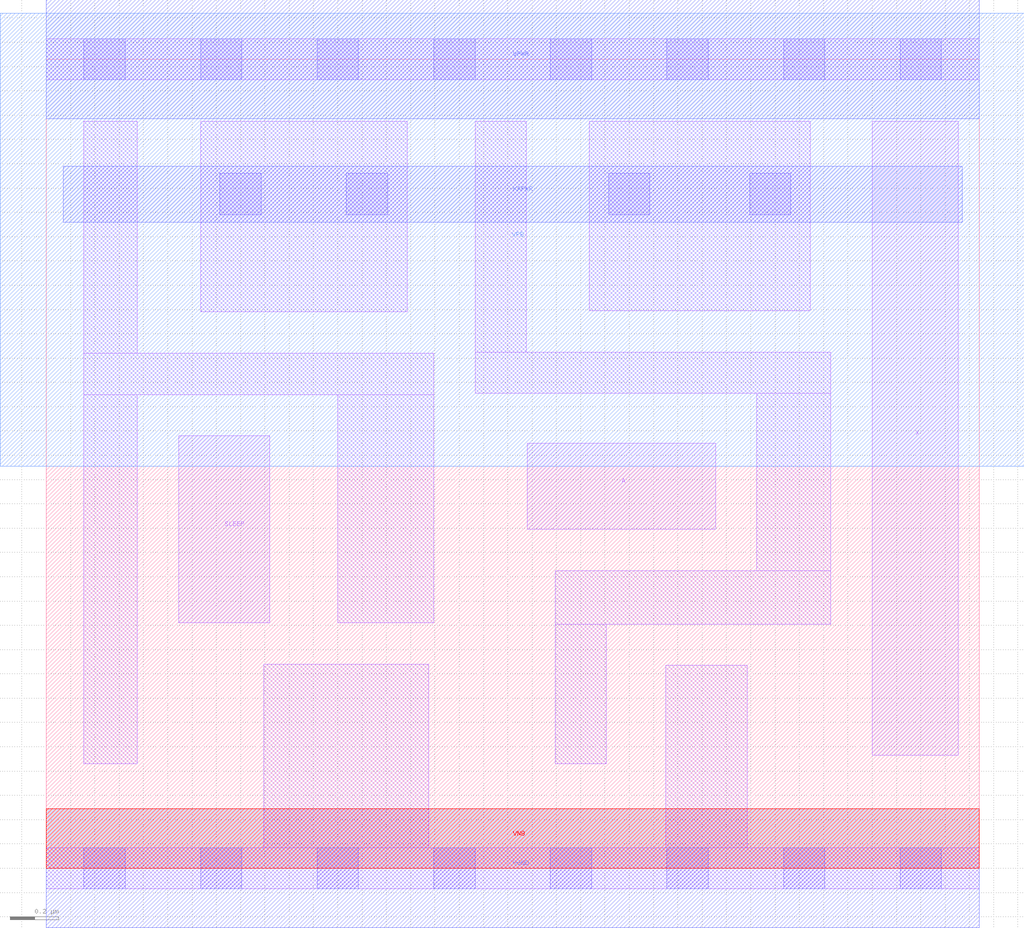
<source format=lef>
# Copyright 2020 The SkyWater PDK Authors
#
# Licensed under the Apache License, Version 2.0 (the "License");
# you may not use this file except in compliance with the License.
# You may obtain a copy of the License at
#
#     https://www.apache.org/licenses/LICENSE-2.0
#
# Unless required by applicable law or agreed to in writing, software
# distributed under the License is distributed on an "AS IS" BASIS,
# WITHOUT WARRANTIES OR CONDITIONS OF ANY KIND, either express or implied.
# See the License for the specific language governing permissions and
# limitations under the License.
#
# SPDX-License-Identifier: Apache-2.0

VERSION 5.7 ;
  NOWIREEXTENSIONATPIN ON ;
  DIVIDERCHAR "/" ;
  BUSBITCHARS "[]" ;
MACRO sky130_fd_sc_lp__iso0p_lp2
  CLASS CORE ;
  FOREIGN sky130_fd_sc_lp__iso0p_lp2 ;
  ORIGIN  0.000000  0.000000 ;
  SIZE  3.840000 BY  3.330000 ;
  SYMMETRY X Y R90 ;
  SITE unit ;
  PIN A
    ANTENNAGATEAREA  0.313000 ;
    DIRECTION INPUT ;
    USE SIGNAL ;
    PORT
      LAYER li1 ;
        RECT 1.980000 1.395000 2.755000 1.750000 ;
    END
  END A
  PIN SLEEP
    ANTENNAGATEAREA  0.376000 ;
    DIRECTION INPUT ;
    USE SIGNAL ;
    PORT
      LAYER li1 ;
        RECT 0.545000 1.010000 0.920000 1.780000 ;
    END
  END SLEEP
  PIN X
    ANTENNADIFFAREA  0.376300 ;
    DIRECTION OUTPUT ;
    USE SIGNAL ;
    PORT
      LAYER li1 ;
        RECT 3.400000 0.465000 3.755000 3.075000 ;
    END
  END X
  PIN KAPWR
    DIRECTION INOUT ;
    USE POWER ;
    PORT
      LAYER met1 ;
        RECT 0.070000 2.660000 3.770000 2.890000 ;
    END
  END KAPWR
  PIN VGND
    DIRECTION INOUT ;
    USE GROUND ;
    PORT
      LAYER met1 ;
        RECT 0.000000 -0.245000 3.840000 0.245000 ;
    END
  END VGND
  PIN VNB
    DIRECTION INOUT ;
    USE GROUND ;
    PORT
      LAYER pwell ;
        RECT 0.000000 0.000000 3.840000 0.245000 ;
    END
  END VNB
  PIN VPB
    DIRECTION INOUT ;
    USE POWER ;
    PORT
      LAYER nwell ;
        RECT -0.190000 1.655000 4.025000 3.520000 ;
    END
  END VPB
  PIN VPWR
    DIRECTION INOUT ;
    USE POWER ;
    PORT
      LAYER met1 ;
        RECT 0.000000 3.085000 3.840000 3.575000 ;
    END
  END VPWR
  OBS
    LAYER li1 ;
      RECT 0.000000 -0.085000 3.840000 0.085000 ;
      RECT 0.000000  3.245000 3.840000 3.415000 ;
      RECT 0.155000  0.430000 0.375000 1.950000 ;
      RECT 0.155000  1.950000 1.595000 2.120000 ;
      RECT 0.155000  2.120000 0.375000 3.075000 ;
      RECT 0.635000  2.290000 1.485000 3.075000 ;
      RECT 0.895000  0.085000 1.575000 0.840000 ;
      RECT 1.200000  1.010000 1.595000 1.950000 ;
      RECT 1.765000  1.955000 3.230000 2.125000 ;
      RECT 1.765000  2.125000 1.975000 3.075000 ;
      RECT 2.095000  0.430000 2.305000 1.005000 ;
      RECT 2.095000  1.005000 3.230000 1.225000 ;
      RECT 2.235000  2.295000 3.145000 3.075000 ;
      RECT 2.550000  0.085000 2.885000 0.835000 ;
      RECT 2.925000  1.225000 3.230000 1.955000 ;
    LAYER mcon ;
      RECT 0.155000 -0.085000 0.325000 0.085000 ;
      RECT 0.155000  3.245000 0.325000 3.415000 ;
      RECT 0.635000 -0.085000 0.805000 0.085000 ;
      RECT 0.635000  3.245000 0.805000 3.415000 ;
      RECT 0.715000  2.690000 0.885000 2.860000 ;
      RECT 1.115000 -0.085000 1.285000 0.085000 ;
      RECT 1.115000  3.245000 1.285000 3.415000 ;
      RECT 1.235000  2.690000 1.405000 2.860000 ;
      RECT 1.595000 -0.085000 1.765000 0.085000 ;
      RECT 1.595000  3.245000 1.765000 3.415000 ;
      RECT 2.075000 -0.085000 2.245000 0.085000 ;
      RECT 2.075000  3.245000 2.245000 3.415000 ;
      RECT 2.315000  2.690000 2.485000 2.860000 ;
      RECT 2.555000 -0.085000 2.725000 0.085000 ;
      RECT 2.555000  3.245000 2.725000 3.415000 ;
      RECT 2.895000  2.690000 3.065000 2.860000 ;
      RECT 3.035000 -0.085000 3.205000 0.085000 ;
      RECT 3.035000  3.245000 3.205000 3.415000 ;
      RECT 3.515000 -0.085000 3.685000 0.085000 ;
      RECT 3.515000  3.245000 3.685000 3.415000 ;
  END
END sky130_fd_sc_lp__iso0p_lp2
END LIBRARY

</source>
